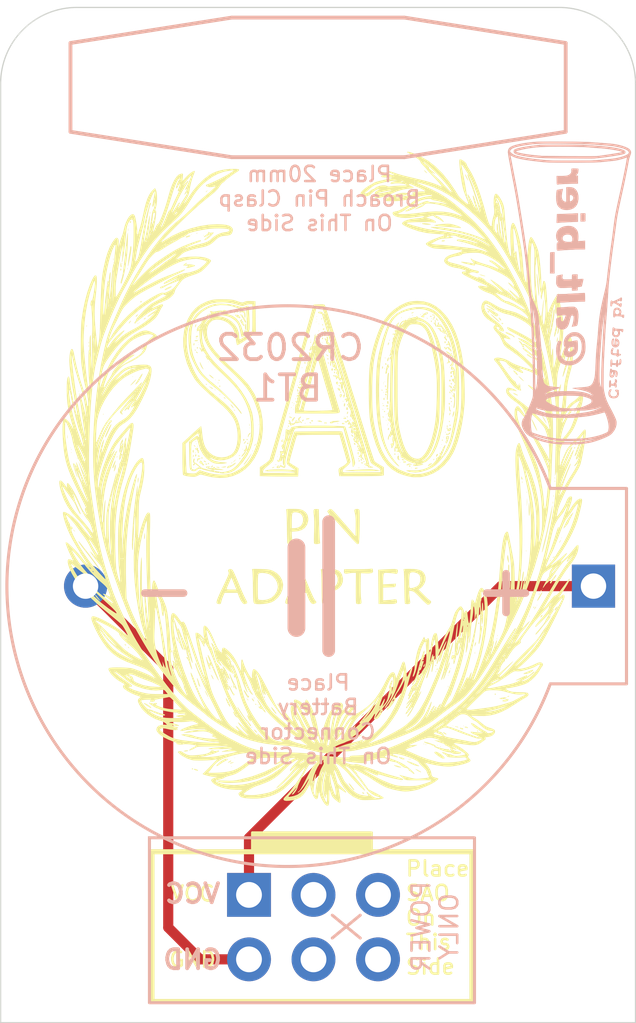
<source format=kicad_pcb>
(kicad_pcb (version 20241229) (generator "pcbnew") (generator_version "9.0")
  (title_block (title "SAO_Pin") (date "2025-02-09") (rev "1") (company "Crafted by @alt_bier a.k.a. Richard Gowen"))
  (layers (0 "F.Cu" signal) (2 "B.Cu" signal) (13 "F.Paste" user) (15 "B.Paste" user) (5 "F.SilkS" user "F.Silkscreen") (7 "B.SilkS" user "B.Silkscreen") (1 "F.Mask" user) (3 "B.Mask" user) (25 "Edge.Cuts" user))
  (net 0 "")
  (net 1 "Net-(BT1-+)")
  (net 2 "GND")
  (footprint "0_alt_bier:logo-alt_bier-1900dpi-5x12mm-back" (layer "F.Cu") (at 149.510685 81.365872)
    (property "Reference" "G***" (hide yes))
    (property "Value" "LOGO" (hide yes))
  )
  (footprint "0_local:BatteryHolder_CR2032-BS-2-1_Back_backsilk" (layer "F.Cu") (at 127.545 92.8 90)
    (property "Reference" "BT1" (at 7.8 10.955 180) (layer "B.SilkS") (effects (justify mirror)))
    (property "Value" "Battery_CR2032")
    (fp_text user "+" (at -0.127 19.558 180) (layer "B.SilkS") (effects (font (size 2 2) (thickness 0.3)) (justify mirror)))
    (fp_text user "-" (at -0.127 6.096 180) (layer "B.SilkS") (effects (font (size 2 2) (thickness 0.3)) (justify mirror)))
    (fp_text user "CR2032" (at 9.398 11.049 180) (layer "B.SilkS") (effects (justify mirror)))
    (pad "1" thru_hole rect (at 0 23 90) (size 1.7 1.7) (drill 1) (layers "*.Cu" "*.Mask") (net 1 "Net-(BT1-+)"))
    (pad "2" thru_hole circle (at 0 3 90) (size 1.7 1.7) (drill 1) (layers "*.Cu" "*.Mask") (net 2 "GND"))
  )
  (footprint "0_badge:SAO_Pin_EdgeCuts" (layer "F.Cu") (at 139.7 88.000001)
    (property "Reference" "EdgeCuts")
    (property "Value" "" (hide yes))
    (fp_line (start -12.5 22) (end -12.5 -15.000001) (stroke (width 0.05)) (layer "Edge.Cuts"))
    (fp_line (start -9.5 -18) (end 9.5 -18.000001) (stroke (width 0.05)) (layer "Edge.Cuts"))
    (fp_line (start 12.5 -15.000001) (end 12.5 22) (stroke (width 0.05)) (layer "Edge.Cuts"))
    (fp_line (start 12.5 22) (end -12.5 22) (stroke (width 0.05)) (layer "Edge.Cuts"))
    (fp_arc (start -12.500001 -15.000001) (mid -11.621321 -17.121321) (end -9.500001 -18.000001) (stroke (width 0.05)) (layer "Edge.Cuts"))
    (fp_arc (start 9.500001 -18.000001) (mid 11.621321 -17.121321) (end 12.500001 -15.000001) (stroke (width 0.05)) (layer "Edge.Cuts"))
  )
  (footprint "0_local:Broach_Clip_2cm_M2" (layer "F.Cu") (at 139.7 73.15)
    (property "Reference" "REF**" (hide yes))
    (property "Value" "Broach_Clip_2cm_M2")
    (pad "" np_thru_hole circle (at -3.4 0) (size 2.2 2.2) (drill 2.2) (layers "*.Cu" "*.Mask"))
    (pad "" np_thru_hole circle (at 3.4 0) (size 2.2 2.2) (drill 2.2) (layers "*.Cu" "*.Mask"))
  )
  (footprint "0_sao_v169bis:SAOv169-BADGEv2-PO-2x3" (layer "F.Cu") (at 139.46 106.215)
    (property "Reference" "JSAO1" (hide yes))
    (property "Value" "Conn_02x03_SAO")
    (fp_text user "GND" (at -4.7 1.3 0) (layer "F.SilkS") (effects (font (size 0.6 0.6) (thickness 0.1))))
    (fp_text user "VCC" (at -4.7 -1.3 0) (layer "F.SilkS") (effects (font (size 0.6 0.6) (thickness 0.1))))
    (fp_text user "GND" (at -4.7 1.3 0) (layer "B.SilkS") (effects (font (size 0.75 0.75)) (justify mirror)))
    (fp_text user "ONLY" (at 5.4 0 90) (layer "B.SilkS") (effects (font (size 0.7 0.7) (thickness 0.1)) (justify mirror)))
    (fp_text user "POWER" (at 4.3 0 90) (layer "B.SilkS") (effects (font (size 0.7 0.7) (thickness 0.1)) (justify mirror)))
    (fp_text user "VCC" (at -4.7 -1.3 0) (layer "B.SilkS") (effects (font (size 0.75 0.75)) (justify mirror)))
    (pad "1" thru_hole rect (at -2.48 -1.25 270) (size 1.7272 1.7272) (drill 1.016) (layers "*.Cu" "*.Mask") (net 1 "Net-(BT1-+)"))
    (pad "2" thru_hole circle (at -2.48 1.29 270) (size 1.7272 1.7272) (drill 1.016) (layers "*.Cu" "*.Mask") (net 2 "GND"))
    (pad "3" thru_hole oval (at 0.06 -1.25 270) (size 1.7272 1.7272) (drill 1.016) (layers "*.Cu" "*.Mask"))
    (pad "4" thru_hole oval (at 0.06 1.29 270) (size 1.7272 1.7272) (drill 1.016) (layers "*.Cu" "*.Mask"))
    (pad "5" thru_hole circle (at 2.6 -1.25 270) (size 1.7272 1.7272) (drill 1.016) (layers "*.Cu" "*.Mask"))
    (pad "6" thru_hole circle (at 2.6 1.29 270) (size 1.7272 1.7272) (drill 1.016) (layers "*.Cu" "*.Mask"))
  )
  (footprint "0_badge:SAO_Pin_FrontSilk" (layer "F.Cu") (at 139.9 88.6)
    (property "Reference" "G***" (hide yes))
    (property "Value" "LOGO" (hide yes))
  )
  (gr_text "Place\nSAO\nOn\nThis\nSide" (at 143.1 108.145 0) (layer "F.SilkS") (effects (font (size 0.6 0.6) (thickness 0.1)) (justify left bottom)))
  (gr_text "Place 20mm\nBroach Pin Clasp\nOn This Side" (at 139.75 78.85 0) (layer "B.SilkS") (effects (font (size 0.6 0.6) (thickness 0.1)) (justify bottom mirror)))
  (gr_text "Place\nBattery\nConnector\nOn This Side" (at 139.7 99.85 0) (layer "B.SilkS") (effects (font (size 0.6 0.6) (thickness 0.1)) (justify bottom mirror)))
  (segment (start 146.9 92.8) (end 150.545 92.8) (width 0.4) (layer "F.Cu") (net 1))
  (segment (start 136.98 102.72) (end 146.9 92.8) (width 0.4) (layer "F.Cu") (net 1))
  (segment (start 136.98 104.965) (end 136.98 102.72) (width 0.4) (layer "F.Cu") (net 1))
  (segment (start 135.055 107.505) (end 133.8 106.25) (width 0.4) (layer "F.Cu") (net 2))
  (segment (start 133.8 106.25) (end 133.8 96.055) (width 0.4) (layer "F.Cu") (net 2))
  (segment (start 133.8 96.055) (end 130.545 92.8) (width 0.4) (layer "F.Cu") (net 2))
  (segment (start 136.98 107.505) (end 135.055 107.505) (width 0.4) (layer "F.Cu") (net 2))
)
</source>
